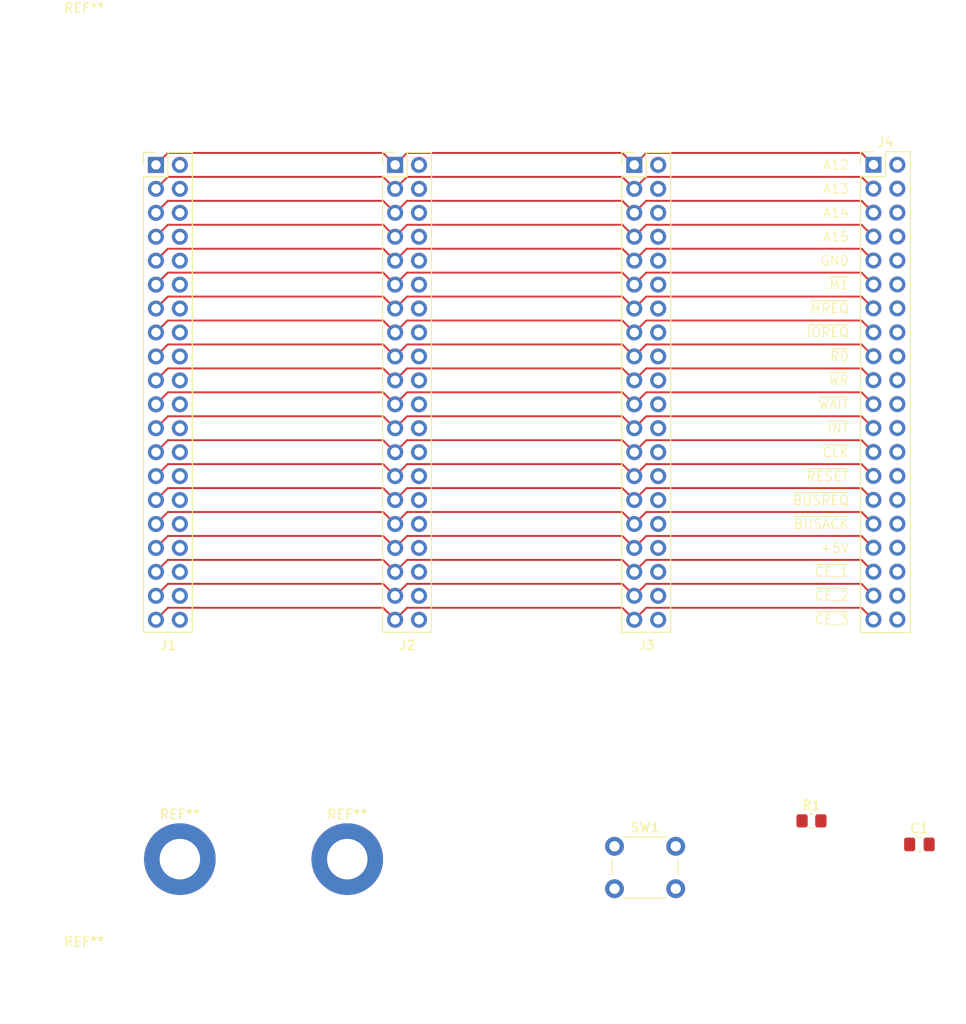
<source format=kicad_pcb>
(kicad_pcb (version 20241229) (generator "pcbnew") (generator_version "9.0")
  (layers (0 "F.Cu" signal) (2 "B.Cu" signal) (13 "F.Paste" user) (15 "B.Paste" user) (5 "F.SilkS" user "F.Silkscreen") (7 "B.SilkS" user "B.Silkscreen") (1 "F.Mask" user) (3 "B.Mask" user) (25 "Edge.Cuts" user))
  (net 0 "")
  (net 12 "/A15")
  (net 13 "/A13")
  (net 15 "/A12")
  (net 17 "/A14")
  (net 18 "/~{CE_1}")
  (net 19 "/~{BUSACK}")
  (net 20 "/~{CLK}")
  (net 23 "/~{WAIT}")
  (net 24 "/~{IOREQ}")
  (net 31 "/~{BUSREQ}")
  (net 33 "/~{CE_3}")
  (net 34 "/~{MREQ}")
  (net 37 "/~{CE_2}")
  (net 40 "/~{RESET}")
  (net 41 "/~{M1}")
  (net 42 "/~{RD}")
  (net 43 "/~{INT}")
  (net 48 "/~{WR}")
  (net 49 "GND")
  (net 52 "+5V")
  (footprint "Capacitor_SMD:C_0805_2012Metric_Pad1.18x1.45mm_HandSolder" (layer "F.Cu") (at 131.8805 148.3)
    (property "Reference" "C1" (at 0 -1.68 0) (layer "F.SilkS"))
    (property "Value" "10u")
    (fp_line (start -0.261252 -0.735) (end 0.261252 -0.735) (stroke (width 0.12)) (layer "F.SilkS"))
    (fp_line (start -0.261252 0.735) (end 0.261252 0.735) (stroke (width 0.12)) (layer "F.SilkS"))
    (pad "1" smd roundrect (at -1.0375 0) (size 1.175 1.45) (layers "F.Cu" "F.Mask" "F.Paste") (roundrect_rratio 0.212766) (net 40 "/~{RESET}"))
    (pad "2" smd roundrect (at 1.0375 0) (size 1.175 1.45) (layers "F.Cu" "F.Mask" "F.Paste") (roundrect_rratio 0.212766) (net 49 "GND"))
  )
  (footprint "MountingHole:MountingHole_4.3mm_M4_ISO7380_Pad_TopBottom" (layer "F.Cu") (at 53.34 149.86)
    (property "Reference" "REF**" (at 0 -4.75 0) (layer "F.SilkS"))
    (property "Value" "MountingHole_4.3mm_M4_ISO7380_Pad_TopBottom")
    (pad "1" thru_hole circle (at 0 0) (size 4.7 4.7) (drill 4.3) (layers "*.Cu" "*.Mask"))
    (pad "1" connect circle (at 0 0) (size 7.6 7.6) (layers "F.Cu" "F.Mask"))
    (pad "1" connect circle (at 0 0) (size 7.6 7.6) (layers "B.Cu" "B.Mask"))
  )
  (footprint "MountingHole:MountingHole_3mm" (layer "F.Cu") (at 43.18 162.56)
    (property "Reference" "REF**" (at 0 -3.95 0) (layer "F.SilkS"))
    (property "Value" "MountingHole_3mm")
    (pad "" np_thru_hole circle (at 0 0) (size 3 3) (drill 3) (layers "*.Cu" "*.Mask"))
  )
  (footprint "Connector_PinHeader_2.54mm:PinHeader_2x20_P2.54mm_Vertical" (layer "F.Cu") (at 127 76.18)
    (property "Reference" "J4" (at 1.27 -2.38 0) (layer "F.SilkS"))
    (property "Value" "Conn_02x20_Odd_Even")
    (fp_line (start -1.38 -1.38) (end 0 -1.38) (stroke (width 0.12)) (layer "F.SilkS"))
    (fp_line (start -1.38 0) (end -1.38 -1.38) (stroke (width 0.12)) (layer "F.SilkS"))
    (fp_line (start -1.38 1.27) (end -1.38 49.64) (stroke (width 0.12)) (layer "F.SilkS"))
    (fp_line (start -1.38 1.27) (end 1.27 1.27) (stroke (width 0.12)) (layer "F.SilkS"))
    (fp_line (start -1.38 49.64) (end 3.92 49.64) (stroke (width 0.12)) (layer "F.SilkS"))
    (fp_line (start 1.27 -1.38) (end 3.92 -1.38) (stroke (width 0.12)) (layer "F.SilkS"))
    (fp_line (start 1.27 1.27) (end 1.27 -1.38) (stroke (width 0.12)) (layer "F.SilkS"))
    (fp_line (start 3.92 -1.38) (end 3.92 49.64) (stroke (width 0.12)) (layer "F.SilkS"))
    (pad "1" thru_hole rect (at 0 0) (size 1.7 1.7) (drill 1) (layers "*.Cu" "*.Mask") (net 15 "/A12"))
    (pad "2" thru_hole circle (at 2.54 0) (size 1.7 1.7) (drill 1) (layers "*.Cu" "*.Mask"))
    (pad "3" thru_hole circle (at 0 2.54) (size 1.7 1.7) (drill 1) (layers "*.Cu" "*.Mask") (net 13 "/A13"))
    (pad "4" thru_hole circle (at 2.54 2.54) (size 1.7 1.7) (drill 1) (layers "*.Cu" "*.Mask"))
    (pad "5" thru_hole circle (at 0 5.08) (size 1.7 1.7) (drill 1) (layers "*.Cu" "*.Mask") (net 17 "/A14"))
    (pad "6" thru_hole circle (at 2.54 5.08) (size 1.7 1.7) (drill 1) (layers "*.Cu" "*.Mask"))
    (pad "7" thru_hole circle (at 0 7.62) (size 1.7 1.7) (drill 1) (layers "*.Cu" "*.Mask") (net 12 "/A15"))
    (pad "8" thru_hole circle (at 2.54 7.62) (size 1.7 1.7) (drill 1) (layers "*.Cu" "*.Mask"))
    (pad "9" thru_hole circle (at 0 10.16) (size 1.7 1.7) (drill 1) (layers "*.Cu" "*.Mask") (net 49 "GND"))
    (pad "10" thru_hole circle (at 2.54 10.16) (size 1.7 1.7) (drill 1) (layers "*.Cu" "*.Mask"))
    (pad "11" thru_hole circle (at 0 12.7) (size 1.7 1.7) (drill 1) (layers "*.Cu" "*.Mask") (net 41 "/~{M1}"))
    (pad "12" thru_hole circle (at 2.54 12.7) (size 1.7 1.7) (drill 1) (layers "*.Cu" "*.Mask"))
    (pad "13" thru_hole circle (at 0 15.24) (size 1.7 1.7) (drill 1) (layers "*.Cu" "*.Mask") (net 34 "/~{MREQ}"))
    (pad "14" thru_hole circle (at 2.54 15.24) (size 1.7 1.7) (drill 1) (layers "*.Cu" "*.Mask"))
    (pad "15" thru_hole circle (at 0 17.78) (size 1.7 1.7) (drill 1) (layers "*.Cu" "*.Mask") (net 24 "/~{IOREQ}"))
    (pad "16" thru_hole circle (at 2.54 17.78) (size 1.7 1.7) (drill 1) (layers "*.Cu" "*.Mask"))
    (pad "17" thru_hole circle (at 0 20.32) (size 1.7 1.7) (drill 1) (layers "*.Cu" "*.Mask") (net 42 "/~{RD}"))
    (pad "18" thru_hole circle (at 2.54 20.32) (size 1.7 1.7) (drill 1) (layers "*.Cu" "*.Mask"))
    (pad "19" thru_hole circle (at 0 22.86) (size 1.7 1.7) (drill 1) (layers "*.Cu" "*.Mask") (net 48 "/~{WR}"))
    (pad "20" thru_hole circle (at 2.54 22.86) (size 1.7 1.7) (drill 1) (layers "*.Cu" "*.Mask"))
    (pad "21" thru_hole circle (at 0 25.4) (size 1.7 1.7) (drill 1) (layers "*.Cu" "*.Mask") (net 23 "/~{WAIT}"))
    (pad "22" thru_hole circle (at 2.54 25.4) (size 1.7 1.7) (drill 1) (layers "*.Cu" "*.Mask"))
    (pad "23" thru_hole circle (at 0 27.94) (size 1.7 1.7) (drill 1) (layers "*.Cu" "*.Mask") (net 43 "/~{INT}"))
    (pad "24" thru_hole circle (at 2.54 27.94) (size 1.7 1.7) (drill 1) (layers "*.Cu" "*.Mask"))
    (pad "25" thru_hole circle (at 0 30.48) (size 1.7 1.7) (drill 1) (layers "*.Cu" "*.Mask") (net 20 "/~{CLK}"))
    (pad "26" thru_hole circle (at 2.54 30.48) (size 1.7 1.7) (drill 1) (layers "*.Cu" "*.Mask"))
    (pad "27" thru_hole circle (at 0 33.02) (size 1.7 1.7) (drill 1) (layers "*.Cu" "*.Mask") (net 40 "/~{RESET}"))
    (pad "28" thru_hole circle (at 2.54 33.02) (size 1.7 1.7) (drill 1) (layers "*.Cu" "*.Mask"))
    (pad "29" thru_hole circle (at 0 35.56) (size 1.7 1.7) (drill 1) (layers "*.Cu" "*.Mask") (net 31 "/~{BUSREQ}"))
    (pad "30" thru_hole circle (at 2.54 35.56) (size 1.7 1.7) (drill 1) (layers "*.Cu" "*.Mask"))
    (pad "31" thru_hole circle (at 0 38.1) (size 1.7 1.7) (drill 1) (layers "*.Cu" "*.Mask") (net 19 "/~{BUSACK}"))
    (pad "32" thru_hole circle (at 2.54 38.1) (size 1.7 1.7) (drill 1) (layers "*.Cu" "*.Mask"))
    (pad "33" thru_hole circle (at 0 40.64) (size 1.7 1.7) (drill 1) (layers "*.Cu" "*.Mask") (net 52 "+5V"))
    (pad "34" thru_hole circle (at 2.54 40.64) (size 1.7 1.7) (drill 1) (layers "*.Cu" "*.Mask"))
    (pad "35" thru_hole circle (at 0 43.18) (size 1.7 1.7) (drill 1) (layers "*.Cu" "*.Mask") (net 18 "/~{CE_1}"))
    (pad "36" thru_hole circle (at 2.54 43.18) (size 1.7 1.7) (drill 1) (layers "*.Cu" "*.Mask"))
    (pad "37" thru_hole circle (at 0 45.72) (size 1.7 1.7) (drill 1) (layers "*.Cu" "*.Mask") (net 37 "/~{CE_2}"))
    (pad "38" thru_hole circle (at 2.54 45.72) (size 1.7 1.7) (drill 1) (layers "*.Cu" "*.Mask"))
    (pad "39" thru_hole circle (at 0 48.26) (size 1.7 1.7) (drill 1) (layers "*.Cu" "*.Mask") (net 33 "/~{CE_3}"))
    (pad "40" thru_hole circle (at 2.54 48.26) (size 1.7 1.7) (drill 1) (layers "*.Cu" "*.Mask"))
  )
  (footprint "Resistor_SMD:R_0805_2012Metric_Pad1.20x1.40mm_HandSolder" (layer "F.Cu") (at 120.418 145.8)
    (property "Reference" "R1" (at 0 -1.65 0) (layer "F.SilkS"))
    (property "Value" "10k")
    (fp_line (start -0.227064 -0.735) (end 0.227064 -0.735) (stroke (width 0.12)) (layer "F.SilkS"))
    (fp_line (start -0.227064 0.735) (end 0.227064 0.735) (stroke (width 0.12)) (layer "F.SilkS"))
    (pad "1" smd roundrect (at -1 0) (size 1.2 1.4) (layers "F.Cu" "F.Mask" "F.Paste") (roundrect_rratio 0.208333) (net 52 "+5V"))
    (pad "2" smd roundrect (at 1 0) (size 1.2 1.4) (layers "F.Cu" "F.Mask" "F.Paste") (roundrect_rratio 0.208333) (net 40 "/~{RESET}"))
  )
  (footprint "Button_Switch_THT:SW_PUSH_6mm_H4.3mm" (layer "F.Cu") (at 99.5 148.5)
    (property "Reference" "SW1" (at 3.25 -2 0) (layer "F.SilkS"))
    (property "Value" "SW_Push")
    (fp_line (start -0.25 1.5) (end -0.25 3) (stroke (width 0.12)) (layer "F.SilkS"))
    (fp_line (start 1 5.5) (end 5.5 5.5) (stroke (width 0.12)) (layer "F.SilkS"))
    (fp_line (start 5.5 -1) (end 1 -1) (stroke (width 0.12)) (layer "F.SilkS"))
    (fp_line (start 6.75 3) (end 6.75 1.5) (stroke (width 0.12)) (layer "F.SilkS"))
    (pad "1" thru_hole circle (at 0 0 90) (size 2 2) (drill 1.1) (layers "*.Cu" "*.Mask") (net 49 "GND"))
    (pad "1" thru_hole circle (at 6.5 0 90) (size 2 2) (drill 1.1) (layers "*.Cu" "*.Mask") (net 49 "GND"))
    (pad "2" thru_hole circle (at 0 4.5 90) (size 2 2) (drill 1.1) (layers "*.Cu" "*.Mask") (net 40 "/~{RESET}"))
    (pad "2" thru_hole circle (at 6.5 4.5 90) (size 2 2) (drill 1.1) (layers "*.Cu" "*.Mask") (net 40 "/~{RESET}"))
  )
  (footprint "Library:PinSocket_2x20_P2.54mm_Vertical_Mirrored" (layer "F.Cu") (at 104.18 76.2)
    (property "Reference" "J3" (at -1.27 50.97 0) (layer "F.SilkS"))
    (property "Value" "Conn_02x20_Odd_Even" (hide yes))
    (fp_line (start -3.91 -1.33) (end -3.91 0) (stroke (width 0.12)) (layer "F.SilkS"))
    (fp_line (start -3.91 1.27) (end -3.91 49.59) (stroke (width 0.12)) (layer "F.SilkS"))
    (fp_line (start -2.58 -1.33) (end -3.91 -1.33) (stroke (width 0.12)) (layer "F.SilkS"))
    (fp_line (start -1.31 -1.33) (end -1.31 1.27) (stroke (width 0.12)) (layer "F.SilkS"))
    (fp_line (start -1.31 1.27) (end -3.91 1.27) (stroke (width 0.12)) (layer "F.SilkS"))
    (fp_line (start 1.29 -1.33) (end -1.31 -1.33) (stroke (width 0.12)) (layer "F.SilkS"))
    (fp_line (start 1.29 -1.33) (end 1.29 49.59) (stroke (width 0.12)) (layer "F.SilkS"))
    (fp_line (start 1.29 49.59) (end -3.91 49.59) (stroke (width 0.12)) (layer "F.SilkS"))
    (pad "1" thru_hole rect (at -2.58 0) (size 1.7 1.7) (drill 1) (layers "*.Cu" "*.Mask") (net 15 "/A12"))
    (pad "2" thru_hole circle (at -0.04 0) (size 1.7 1.7) (drill 1) (layers "*.Cu" "*.Mask"))
    (pad "3" thru_hole circle (at -2.58 2.54) (size 1.7 1.7) (drill 1) (layers "*.Cu" "*.Mask") (net 13 "/A13"))
    (pad "4" thru_hole circle (at -0.04 2.54) (size 1.7 1.7) (drill 1) (layers "*.Cu" "*.Mask"))
    (pad "5" thru_hole circle (at -2.58 5.08) (size 1.7 1.7) (drill 1) (layers "*.Cu" "*.Mask") (net 17 "/A14"))
    (pad "6" thru_hole circle (at -0.04 5.08) (size 1.7 1.7) (drill 1) (layers "*.Cu" "*.Mask"))
    (pad "7" thru_hole circle (at -2.58 7.62) (size 1.7 1.7) (drill 1) (layers "*.Cu" "*.Mask") (net 12 "/A15"))
    (pad "8" thru_hole circle (at -0.04 7.62) (size 1.7 1.7) (drill 1) (layers "*.Cu" "*.Mask"))
    (pad "9" thru_hole circle (at -2.58 10.16) (size 1.7 1.7) (drill 1) (layers "*.Cu" "*.Mask") (net 49 "GND"))
    (pad "10" thru_hole circle (at -0.04 10.16) (size 1.7 1.7) (drill 1) (layers "*.Cu" "*.Mask"))
    (pad "11" thru_hole circle (at -2.58 12.7) (size 1.7 1.7) (drill 1) (layers "*.Cu" "*.Mask") (net 41 "/~{M1}"))
    (pad "12" thru_hole circle (at -0.04 12.7) (size 1.7 1.7) (drill 1) (layers "*.Cu" "*.Mask"))
    (pad "13" thru_hole circle (at -2.58 15.24) (size 1.7 1.7) (drill 1) (layers "*.Cu" "*.Mask") (net 34 "/~{MREQ}"))
    (pad "14" thru_hole circle (at -0.04 15.24) (size 1.7 1.7) (drill 1) (layers "*.Cu" "*.Mask"))
    (pad "15" thru_hole circle (at -2.58 17.78) (size 1.7 1.7) (drill 1) (layers "*.Cu" "*.Mask") (net 24 "/~{IOREQ}"))
    (pad "16" thru_hole circle (at -0.04 17.78) (size 1.7 1.7) (drill 1) (layers "*.Cu" "*.Mask"))
    (pad "17" thru_hole circle (at -2.58 20.32) (size 1.7 1.7) (drill 1) (layers "*.Cu" "*.Mask") (net 42 "/~{RD}"))
    (pad "18" thru_hole circle (at -0.04 20.32) (size 1.7 1.7) (drill 1) (layers "*.Cu" "*.Mask"))
    (pad "19" thru_hole circle (at -2.58 22.86) (size 1.7 1.7) (drill 1) (layers "*.Cu" "*.Mask") (net 48 "/~{WR}"))
    (pad "20" thru_hole circle (at -0.04 22.86) (size 1.7 1.7) (drill 1) (layers "*.Cu" "*.Mask"))
    (pad "21" thru_hole circle (at -2.58 25.4) (size 1.7 1.7) (drill 1) (layers "*.Cu" "*.Mask") (net 23 "/~{WAIT}"))
    (pad "22" thru_hole circle (at -0.04 25.4) (size 1.7 1.7) (drill 1) (layers "*.Cu" "*.Mask"))
    (pad "23" thru_hole circle (at -2.58 27.94) (size 1.7 1.7) (drill 1) (layers "*.Cu" "*.Mask") (net 43 "/~{INT}"))
    (pad "24" thru_hole circle (at -0.04 27.94) (size 1.7 1.7) (drill 1) (layers "*.Cu" "*.Mask"))
    (pad "25" thru_hole circle (at -2.58 30.48) (size 1.7 1.7) (drill 1) (layers "*.Cu" "*.Mask") (net 20 "/~{CLK}"))
    (pad "26" thru_hole circle (at -0.04 30.48) (size 1.7 1.7) (drill 1) (layers "*.Cu" "*.Mask"))
    (pad "27" thru_hole circle (at -2.58 33.02) (size 1.7 1.7) (drill 1) (layers "*.Cu" "*.Mask") (net 40 "/~{RESET}"))
    (pad "28" thru_hole circle (at -0.04 33.02) (size 1.7 1.7) (drill 1) (layers "*.Cu" "*.Mask"))
    (pad "29" thru_hole circle (at -2.58 35.56) (size 1.7 1.7) (drill 1) (layers "*.Cu" "*.Mask") (net 31 "/~{BUSREQ}"))
    (pad "30" thru_hole circle (at -0.04 35.56) (size 1.7 1.7) (drill 1) (layers "*.Cu" "*.Mask"))
    (pad "31" thru_hole circle (at -2.58 38.1) (size 1.7 1.7) (drill 1) (layers "*.Cu" "*.Mask") (net 19 "/~{BUSACK}"))
    (pad "32" thru_hole circle (at -0.04 38.1) (size 1.7 1.7) (drill 1) (layers "*.Cu" "*.Mask"))
    (pad "33" thru_hole circle (at -2.58 40.64) (size 1.7 1.7) (drill 1) (layers "*.Cu" "*.Mask") (net 52 "+5V"))
    (pad "34" thru_hole circle (at -0.04 40.64) (size 1.7 1.7) (drill 1) (layers "*.Cu" "*.Mask"))
    (pad "35" thru_hole circle (at -2.58 43.18) (size 1.7 1.7) (drill 1) (layers "*.Cu" "*.Mask") (net 18 "/~{CE_1}"))
    (pad "36" thru_hole circle (at -0.04 43.18) (size 1.7 1.7) (drill 1) (layers "*.Cu" "*.Mask"))
    (pad "37" thru_hole circle (at -2.58 45.72) (size 1.7 1.7) (drill 1) (layers "*.Cu" "*.Mask") (net 37 "/~{CE_2}"))
    (pad "38" thru_hole circle (at -0.04 45.72) (size 1.7 1.7) (drill 1) (layers "*.Cu" "*.Mask"))
    (pad "39" thru_hole circle (at -2.58 48.26) (size 1.7 1.7) (drill 1) (layers "*.Cu" "*.Mask") (net 33 "/~{CE_3}"))
    (pad "40" thru_hole circle (at -0.04 48.26) (size 1.7 1.7) (drill 1) (layers "*.Cu" "*.Mask"))
  )
  (footprint "Library:PinSocket_2x20_P2.54mm_Vertical_Mirrored" (layer "F.Cu") (at 78.78 76.2)
    (property "Reference" "J2" (at -1.27 50.97 0) (layer "F.SilkS"))
    (property "Value" "Conn_02x20_Odd_Even" (hide yes))
    (fp_line (start -3.91 -1.33) (end -3.91 0) (stroke (width 0.12)) (layer "F.SilkS"))
    (fp_line (start -3.91 1.27) (end -3.91 49.59) (stroke (width 0.12)) (layer "F.SilkS"))
    (fp_line (start -2.58 -1.33) (end -3.91 -1.33) (stroke (width 0.12)) (layer "F.SilkS"))
    (fp_line (start -1.31 -1.33) (end -1.31 1.27) (stroke (width 0.12)) (layer "F.SilkS"))
    (fp_line (start -1.31 1.27) (end -3.91 1.27) (stroke (width 0.12)) (layer "F.SilkS"))
    (fp_line (start 1.29 -1.33) (end -1.31 -1.33) (stroke (width 0.12)) (layer "F.SilkS"))
    (fp_line (start 1.29 -1.33) (end 1.29 49.59) (stroke (width 0.12)) (layer "F.SilkS"))
    (fp_line (start 1.29 49.59) (end -3.91 49.59) (stroke (width 0.12)) (layer "F.SilkS"))
    (pad "1" thru_hole rect (at -2.58 0) (size 1.7 1.7) (drill 1) (layers "*.Cu" "*.Mask") (net 15 "/A12"))
    (pad "2" thru_hole circle (at -0.04 0) (size 1.7 1.7) (drill 1) (layers "*.Cu" "*.Mask"))
    (pad "3" thru_hole circle (at -2.58 2.54) (size 1.7 1.7) (drill 1) (layers "*.Cu" "*.Mask") (net 13 "/A13"))
    (pad "4" thru_hole circle (at -0.04 2.54) (size 1.7 1.7) (drill 1) (layers "*.Cu" "*.Mask"))
    (pad "5" thru_hole circle (at -2.58 5.08) (size 1.7 1.7) (drill 1) (layers "*.Cu" "*.Mask") (net 17 "/A14"))
    (pad "6" thru_hole circle (at -0.04 5.08) (size 1.7 1.7) (drill 1) (layers "*.Cu" "*.Mask"))
    (pad "7" thru_hole circle (at -2.58 7.62) (size 1.7 1.7) (drill 1) (layers "*.Cu" "*.Mask") (net 12 "/A15"))
    (pad "8" thru_hole circle (at -0.04 7.62) (size 1.7 1.7) (drill 1) (layers "*.Cu" "*.Mask"))
    (pad "9" thru_hole circle (at -2.58 10.16) (size 1.7 1.7) (drill 1) (layers "*.Cu" "*.Mask") (net 49 "GND"))
    (pad "10" thru_hole circle (at -0.04 10.16) (size 1.7 1.7) (drill 1) (layers "*.Cu" "*.Mask"))
    (pad "11" thru_hole circle (at -2.58 12.7) (size 1.7 1.7) (drill 1) (layers "*.Cu" "*.Mask") (net 41 "/~{M1}"))
    (pad "12" thru_hole circle (at -0.04 12.7) (size 1.7 1.7) (drill 1) (layers "*.Cu" "*.Mask"))
    (pad "13" thru_hole circle (at -2.58 15.24) (size 1.7 1.7) (drill 1) (layers "*.Cu" "*.Mask") (net 34 "/~{MREQ}"))
    (pad "14" thru_hole circle (at -0.04 15.24) (size 1.7 1.7) (drill 1) (layers "*.Cu" "*.Mask"))
    (pad "15" thru_hole circle (at -2.58 17.78) (size 1.7 1.7) (drill 1) (layers "*.Cu" "*.Mask") (net 24 "/~{IOREQ}"))
    (pad "16" thru_hole circle (at -0.04 17.78) (size 1.7 1.7) (drill 1) (layers "*.Cu" "*.Mask"))
    (pad "17" thru_hole circle (at -2.58 20.32) (size 1.7 1.7) (drill 1) (layers "*.Cu" "*.Mask") (net 42 "/~{RD}"))
    (pad "18" thru_hole circle (at -0.04 20.32) (size 1.7 1.7) (drill 1) (layers "*.Cu" "*.Mask"))
    (pad "19" thru_hole circle (at -2.58 22.86) (size 1.7 1.7) (drill 1) (layers "*.Cu" "*.Mask") (net 48 "/~{WR}"))
    (pad "20" thru_hole circle (at -0.04 22.86) (size 1.7 1.7) (drill 1) (layers "*.Cu" "*.Mask"))
    (pad "21" thru_hole circle (at -2.58 25.4) (size 1.7 1.7) (drill 1) (layers "*.Cu" "*.Mask") (net 23 "/~{WAIT}"))
    (pad "22" thru_hole circle (at -0.04 25.4) (size 1.7 1.7) (drill 1) (layers "*.Cu" "*.Mask"))
    (pad "23" thru_hole circle (at -2.58 27.94) (size 1.7 1.7) (drill 1) (layers "*.Cu" "*.Mask") (net 43 "/~{INT}"))
    (pad "24" thru_hole circle (at -0.04 27.94) (size 1.7 1.7) (drill 1) (layers "*.Cu" "*.Mask"))
    (pad "25" thru_hole circle (at -2.58 30.48) (size 1.7 1.7) (drill 1) (layers "*.Cu" "*.Mask") (net 20 "/~{CLK}"))
    (pad "26" thru_hole circle (at -0.04 30.48) (size 1.7 1.7) (drill 1) (layers "*.Cu" "*.Mask"))
    (pad "27" thru_hole circle (at -2.58 33.02) (size 1.7 1.7) (drill 1) (layers "*.Cu" "*.Mask") (net 40 "/~{RESET}"))
    (pad "28" thru_hole circle (at -0.04 33.02) (size 1.7 1.7) (drill 1) (layers "*.Cu" "*.Mask"))
    (pad "29" thru_hole circle (at -2.58 35.56) (size 1.7 1.7) (drill 1) (layers "*.Cu" "*.Mask") (net 31 "/~{BUSREQ}"))
    (pad "30" thru_hole circle (at -0.04 35.56) (size 1.7 1.7) (drill 1) (layers "*.Cu" "*.Mask"))
    (pad "31" thru_hole circle (at -2.58 38.1) (size 1.7 1.7) (drill 1) (layers "*.Cu" "*.Mask") (net 19 "/~{BUSACK}"))
    (pad "32" thru_hole circle (at -0.04 38.1) (size 1.7 1.7) (drill 1) (layers "*.Cu" "*.Mask"))
    (pad "33" thru_hole circle (at -2.58 40.64) (size 1.7 1.7) (drill 1) (layers "*.Cu" "*.Mask") (net 52 "+5V"))
    (pad "34" thru_hole circle (at -0.04 40.64) (size 1.7 1.7) (drill 1) (layers "*.Cu" "*.Mask"))
    (pad "35" thru_hole circle (at -2.58 43.18) (size 1.7 1.7) (drill 1) (layers "*.Cu" "*.Mask") (net 18 "/~{CE_1}"))
    (pad "36" thru_hole circle (at -0.04 43.18) (size 1.7 1.7) (drill 1) (layers "*.Cu" "*.Mask"))
    (pad "37" thru_hole circle (at -2.58 45.72) (size 1.7 1.7) (drill 1) (layers "*.Cu" "*.Mask") (net 37 "/~{CE_2}"))
    (pad "38" thru_hole circle (at -0.04 45.72) (size 1.7 1.7) (drill 1) (layers "*.Cu" "*.Mask"))
    (pad "39" thru_hole circle (at -2.58 48.26) (size 1.7 1.7) (drill 1) (layers "*.Cu" "*.Mask") (net 33 "/~{CE_3}"))
    (pad "40" thru_hole circle (at -0.04 48.26) (size 1.7 1.7) (drill 1) (layers "*.Cu" "*.Mask"))
  )
  (footprint "MountingHole:MountingHole_4.3mm_M4_ISO7380_Pad_TopBottom" (layer "F.Cu") (at 71.12 149.86)
    (property "Reference" "REF**" (at 0 -4.75 0) (layer "F.SilkS"))
    (property "Value" "MountingHole_4.3mm_M4_ISO7380_Pad_TopBottom")
    (pad "1" thru_hole circle (at 0 0) (size 4.7 4.7) (drill 4.3) (layers "*.Cu" "*.Mask"))
    (pad "1" connect circle (at 0 0) (size 7.6 7.6) (layers "F.Cu" "F.Mask"))
    (pad "1" connect circle (at 0 0) (size 7.6 7.6) (layers "B.Cu" "B.Mask"))
  )
  (footprint "MountingHole:MountingHole_3mm" (layer "F.Cu") (at 43.18 63.5)
    (property "Reference" "REF**" (at 0 -3.95 0) (layer "F.SilkS"))
    (property "Value" "MountingHole_3mm")
    (pad "" np_thru_hole circle (at 0 0) (size 3 3) (drill 3) (layers "*.Cu" "*.Mask"))
  )
  (footprint "Library:PinSocket_2x20_P2.54mm_Vertical_Mirrored" (layer "F.Cu") (at 53.38 76.2)
    (property "Reference" "J1" (at -1.27 50.97 0) (layer "F.SilkS"))
    (property "Value" "Conn_02x20_Odd_Even" (hide yes))
    (fp_line (start -3.91 -1.33) (end -3.91 0) (stroke (width 0.12)) (layer "F.SilkS"))
    (fp_line (start -3.91 1.27) (end -3.91 49.59) (stroke (width 0.12)) (layer "F.SilkS"))
    (fp_line (start -2.58 -1.33) (end -3.91 -1.33) (stroke (width 0.12)) (layer "F.SilkS"))
    (fp_line (start -1.31 -1.33) (end -1.31 1.27) (stroke (width 0.12)) (layer "F.SilkS"))
    (fp_line (start -1.31 1.27) (end -3.91 1.27) (stroke (width 0.12)) (layer "F.SilkS"))
    (fp_line (start 1.29 -1.33) (end -1.31 -1.33) (stroke (width 0.12)) (layer "F.SilkS"))
    (fp_line (start 1.29 -1.33) (end 1.29 49.59) (stroke (width 0.12)) (layer "F.SilkS"))
    (fp_line (start 1.29 49.59) (end -3.91 49.59) (stroke (width 0.12)) (layer "F.SilkS"))
    (pad "1" thru_hole rect (at -2.58 0) (size 1.7 1.7) (drill 1) (layers "*.Cu" "*.Mask") (net 15 "/A12"))
    (pad "2" thru_hole circle (at -0.04 0) (size 1.7 1.7) (drill 1) (layers "*.Cu" "*.Mask"))
    (pad "3" thru_hole circle (at -2.58 2.54) (size 1.7 1.7) (drill 1) (layers "*.Cu" "*.Mask") (net 13 "/A13"))
    (pad "4" thru_hole circle (at -0.04 2.54) (size 1.7 1.7) (drill 1) (layers "*.Cu" "*.Mask"))
    (pad "5" thru_hole circle (at -2.58 5.08) (size 1.7 1.7) (drill 1) (layers "*.Cu" "*.Mask") (net 17 "/A14"))
    (pad "6" thru_hole circle (at -0.04 5.08) (size 1.7 1.7) (drill 1) (layers "*.Cu" "*.Mask"))
    (pad "7" thru_hole circle (at -2.58 7.62) (size 1.7 1.7) (drill 1) (layers "*.Cu" "*.Mask") (net 12 "/A15"))
    (pad "8" thru_hole circle (at -0.04 7.62) (size 1.7 1.7) (drill 1) (layers "*.Cu" "*.Mask"))
    (pad "9" thru_hole circle (at -2.58 10.16) (size 1.7 1.7) (drill 1) (layers "*.Cu" "*.Mask") (net 49 "GND"))
    (pad "10" thru_hole circle (at -0.04 10.16) (size 1.7 1.7) (drill 1) (layers "*.Cu" "*.Mask"))
    (pad "11" thru_hole circle (at -2.58 12.7) (size 1.7 1.7) (drill 1) (layers "*.Cu" "*.Mask") (net 41 "/~{M1}"))
    (pad "12" thru_hole circle (at -0.04 12.7) (size 1.7 1.7) (drill 1) (layers "*.Cu" "*.Mask"))
    (pad "13" thru_hole circle (at -2.58 15.24) (size 1.7 1.7) (drill 1) (layers "*.Cu" "*.Mask") (net 34 "/~{MREQ}"))
    (pad "14" thru_hole circle (at -0.04 15.24) (size 1.7 1.7) (drill 1) (layers "*.Cu" "*.Mask"))
    (pad "15" thru_hole circle (at -2.58 17.78) (size 1.7 1.7) (drill 1) (layers "*.Cu" "*.Mask") (net 24 "/~{IOREQ}"))
    (pad "16" thru_hole circle (at -0.04 17.78) (size 1.7 1.7) (drill 1) (layers "*.Cu" "*.Mask"))
    (pad "17" thru_hole circle (at -2.58 20.32) (size 1.7 1.7) (drill 1) (layers "*.Cu" "*.Mask") (net 42 "/~{RD}"))
    (pad "18" thru_hole circle (at -0.04 20.32) (size 1.7 1.7) (drill 1) (layers "*.Cu" "*.Mask"))
    (pad "19" thru_hole circle (at -2.58 22.86) (size 1.7 1.7) (drill 1) (layers "*.Cu" "*.Mask") (net 48 "/~{WR}"))
    (pad "20" thru_hole circle (at -0.04 22.86) (size 1.7 1.7) (drill 1) (layers "*.Cu" "*.Mask"))
    (pad "21" thru_hole circle (at -2.58 25.4) (size 1.7 1.7) (drill 1) (layers "*.Cu" "*.Mask") (net 23 "/~{WAIT}"))
    (pad "22" thru_hole circle (at -0.04 25.4) (size 1.7 1.7) (drill 1) (layers "*.Cu" "*.Mask"))
    (pad "23" thru_hole circle (at -2.58 27.94) (size 1.7 1.7) (drill 1) (layers "*.Cu" "*.Mask") (net 43 "/~{INT}"))
    (pad "24" thru_hole circle (at -0.04 27.94) (size 1.7 1.7) (drill 1) (layers "*.Cu" "*.Mask"))
    (pad "25" thru_hole circle (at -2.58 30.48) (size 1.7 1.7) (drill 1) (layers "*.Cu" "*.Mask") (net 20 "/~{CLK}"))
    (pad "26" thru_hole circle (at -0.04 30.48) (size 1.7 1.7) (drill 1) (layers "*.Cu" "*.Mask"))
    (pad "27" thru_hole circle (at -2.58 33.02) (size 1.7 1.7) (drill 1) (layers "*.Cu" "*.Mask") (net 40 "/~{RESET}"))
    (pad "28" thru_hole circle (at -0.04 33.02) (size 1.7 1.7) (drill 1) (layers "*.Cu" "*.Mask"))
    (pad "29" thru_hole circle (at -2.58 35.56) (size 1.7 1.7) (drill 1) (layers "*.Cu" "*.Mask") (net 31 "/~{BUSREQ}"))
    (pad "30" thru_hole circle (at -0.04 35.56) (size 1.7 1.7) (drill 1) (layers "*.Cu" "*.Mask"))
    (pad "31" thru_hole circle (at -2.58 38.1) (size 1.7 1.7) (drill 1) (layers "*.Cu" "*.Mask") (net 19 "/~{BUSACK}"))
    (pad "32" thru_hole circle (at -0.04 38.1) (size 1.7 1.7) (drill 1) (layers "*.Cu" "*.Mask"))
    (pad "33" thru_hole circle (at -2.58 40.64) (size 1.7 1.7) (drill 1) (layers "*.Cu" "*.Mask") (net 52 "+5V"))
    (pad "34" thru_hole circle (at -0.04 40.64) (size 1.7 1.7) (drill 1) (layers "*.Cu" "*.Mask"))
    (pad "35" thru_hole circle (at -2.58 43.18) (size 1.7 1.7) (drill 1) (layers "*.Cu" "*.Mask") (net 18 "/~{CE_1}"))
    (pad "36" thru_hole circle (at -0.04 43.18) (size 1.7 1.7) (drill 1) (layers "*.Cu" "*.Mask"))
    (pad "37" thru_hole circle (at -2.58 45.72) (size 1.7 1.7) (drill 1) (layers "*.Cu" "*.Mask") (net 37 "/~{CE_2}"))
    (pad "38" thru_hole circle (at -0.04 45.72) (size 1.7 1.7) (drill 1) (layers "*.Cu" "*.Mask"))
    (pad "39" thru_hole circle (at -2.58 48.26) (size 1.7 1.7) (drill 1) (layers "*.Cu" "*.Mask") (net 33 "/~{CE_3}"))
    (pad "40" thru_hole circle (at -0.04 48.26) (size 1.7 1.7) (drill 1) (layers "*.Cu" "*.Mask"))
  )
  (gr_text "~{MREQ}" (at 124.46 91.44 0) (layer "F.SilkS") (effects (font (size 1 1) (thickness 0.1)) (justify right)))
  (gr_text "~{CLK}" (at 124.46 106.715 0) (layer "F.SilkS") (effects (font (size 1 1) (thickness 0.1)) (justify right)))
  (gr_text "~{M1}" (at 124.46 88.9 0) (layer "F.SilkS") (effects (font (size 1 1) (thickness 0.1)) (justify right)))
  (gr_text "~{RD}" (at 124.46 96.52 0) (layer "F.SilkS") (effects (font (size 1 1) (thickness 0.1)) (justify right)))
  (gr_text "~{RESET}" (at 124.46 109.255 0) (layer "F.SilkS") (effects (font (size 1 1) (thickness 0.1)) (justify right)))
  (gr_text "A14" (at 124.46 81.28 0) (layer "F.SilkS") (effects (font (size 1 1) (thickness 0.1)) (justify right)))
  (gr_text "+5V" (at 124.46 116.84 0) (layer "F.SilkS") (effects (font (size 1 1) (thickness 0.1)) (justify right)))
  (gr_text "~{CE_3}" (at 124.46 124.46 0) (layer "F.SilkS") (effects (font (size 1 1) (thickness 0.1)) (justify right)))
  (gr_text "~{CE_1}" (at 124.46 119.38 0) (layer "F.SilkS") (effects (font (size 1 1) (thickness 0.1)) (justify right)))
  (gr_text "GND" (at 124.46 86.36 0) (layer "F.SilkS") (effects (font (size 1 1) (thickness 0.1)) (justify right)))
  (gr_text "~{WAIT}" (at 124.46 101.635 0) (layer "F.SilkS") (effects (font (size 1 1) (thickness 0.1)) (justify right)))
  (gr_text "A15" (at 124.46 83.82 0) (layer "F.SilkS") (effects (font (size 1 1) (thickness 0.1)) (justify right)))
  (gr_text "~{IOREQ}" (at 124.46 93.98 0) (layer "F.SilkS") (effects (font (size 1 1) (thickness 0.1)) (justify right)))
  (gr_text "~{WR}" (at 124.46 99.06 0) (layer "F.SilkS") (effects (font (size 1 1) (thickness 0.1)) (justify right)))
  (gr_text "~{INT}" (at 124.46 104.175 0) (layer "F.SilkS") (effects (font (size 1 1) (thickness 0.1)) (justify right)))
  (gr_text "~{BUSACK}" (at 124.46 114.3 0) (layer "F.SilkS") (effects (font (size 1 1) (thickness 0.1)) (justify right)))
  (gr_text "~{BUSREQ}" (at 124.46 111.795 0) (layer "F.SilkS") (effects (font (size 1 1) (thickness 0.1)) (justify right)))
  (gr_text "A13" (at 124.46 78.74 0) (layer "F.SilkS") (effects (font (size 1 1) (thickness 0.1)) (justify right)))
  (gr_text "A12" (at 124.46 76.2 0) (layer "F.SilkS") (effects (font (size 1 1) (thickness 0.1)) (justify right)))
  (gr_text "~{CE_2}" (at 124.46 121.92 0) (layer "F.SilkS") (effects (font (size 1 1) (thickness 0.1)) (justify right)))
  (segment (start 52.07 82.55) (end 74.93 82.55) (width 0.2) (layer "F.Cu") (net 12))
  (segment (start 74.93 82.55) (end 76.2 83.82) (width 0.2) (layer "F.Cu") (net 12))
  (segment (start 100.33 82.55) (end 101.6 83.82) (width 0.2) (layer "F.Cu") (net 12))
  (segment (start 125.73 82.55) (end 127 83.82) (width 0.2) (layer "F.Cu") (net 12))
  (segment (start 101.6 83.82) (end 102.87 82.55) (width 0.2) (layer "F.Cu") (net 12))
  (segment (start 77.47 82.55) (end 100.33 82.55) (width 0.2) (layer "F.Cu") (net 12))
  (segment (start 102.87 82.55) (end 125.73 82.55) (width 0.2) (layer "F.Cu") (net 12))
  (segment (start 50.8 83.82) (end 52.07 82.55) (width 0.2) (layer "F.Cu") (net 12))
  (segment (start 76.2 83.82) (end 77.47 82.55) (width 0.2) (layer "F.Cu") (net 12))
  (segment (start 50.8 78.74) (end 52.07 77.47) (width 0.2) (layer "F.Cu") (net 13))
  (segment (start 101.6 78.74) (end 102.87 77.47) (width 0.2) (layer "F.Cu") (net 13))
  (segment (start 52.07 77.47) (end 74.93 77.47) (width 0.2) (layer "F.Cu") (net 13))
  (segment (start 125.73 77.47) (end 127 78.74) (width 0.2) (layer "F.Cu") (net 13))
  (segment (start 102.87 77.47) (end 125.73 77.47) (width 0.2) (layer "F.Cu") (net 13))
  (segment (start 74.93 77.47) (end 76.2 78.74) (width 0.2) (layer "F.Cu") (net 13))
  (segment (start 100.33 77.47) (end 101.6 78.74) (width 0.2) (layer "F.Cu") (net 13))
  (segment (start 77.47 77.47) (end 100.33 77.47) (width 0.2) (layer "F.Cu") (net 13))
  (segment (start 76.2 78.74) (end 77.47 77.47) (width 0.2) (layer "F.Cu") (net 13))
  (segment (start 101.6 76.2) (end 102.87 74.93) (width 0.2) (layer "F.Cu") (net 15))
  (segment (start 125.73 74.93) (end 127 76.2) (width 0.2) (layer "F.Cu") (net 15))
  (segment (start 102.87 74.93) (end 125.73 74.93) (width 0.2) (layer "F.Cu") (net 15))
  (segment (start 50.8 76.2) (end 52.07 74.93) (width 0.2) (layer "F.Cu") (net 15))
  (segment (start 74.93 74.93) (end 76.2 76.2) (width 0.2) (layer "F.Cu") (net 15))
  (segment (start 77.47 74.93) (end 100.33 74.93) (width 0.2) (layer "F.Cu") (net 15))
  (segment (start 76.2 76.2) (end 77.47 74.93) (width 0.2) (layer "F.Cu") (net 15))
  (segment (start 100.33 74.93) (end 101.6 76.2) (width 0.2) (layer "F.Cu") (net 15))
  (segment (start 52.07 74.93) (end 74.93 74.93) (width 0.2) (layer "F.Cu") (net 15))
  (segment (start 77.47 80.01) (end 100.33 80.01) (width 0.2) (layer "F.Cu") (net 17))
  (segment (start 52.07 80.01) (end 74.93 80.01) (width 0.2) (layer "F.Cu") (net 17))
  (segment (start 74.93 80.01) (end 76.2 81.28) (width 0.2) (layer "F.Cu") (net 17))
  (segment (start 76.2 81.28) (end 77.47 80.01) (width 0.2) (layer "F.Cu") (net 17))
  (segment (start 102.87 80.01) (end 125.73 80.01) (width 0.2) (layer "F.Cu") (net 17))
  (segment (start 100.33 80.01) (end 101.6 81.28) (width 0.2) (layer "F.Cu") (net 17))
  (segment (start 50.8 81.28) (end 52.07 80.01) (width 0.2) (layer "F.Cu") (net 17))
  (segment (start 101.6 81.28) (end 102.87 80.01) (width 0.2) (layer "F.Cu") (net 17))
  (segment (start 125.73 80.01) (end 127 81.28) (width 0.2) (layer "F.Cu") (net 17))
  (segment (start 125.73 118.11) (end 127 119.38) (width 0.2) (layer "F.Cu") (net 18))
  (segment (start 101.6 119.38) (end 102.87 118.11) (width 0.2) (layer "F.Cu") (net 18))
  (segment (start 102.87 118.11) (end 125.73 118.11) (width 0.2) (layer "F.Cu") (net 18))
  (segment (start 100.33 118.11) (end 101.6 119.38) (width 0.2) (layer "F.Cu") (net 18))
  (segment (start 76.2 119.38) (end 77.47 118.11) (width 0.2) (layer "F.Cu") (net 18))
  (segment (start 50.8 119.38) (end 52.07 118.11) (width 0.2) (layer "F.Cu") (net 18))
  (segment (start 74.93 118.11) (end 76.2 119.38) (width 0.2) (layer "F.Cu") (net 18))
  (segment (start 77.47 118.11) (end 100.33 118.11) (width 0.2) (layer "F.Cu") (net 18))
  (segment (start 52.07 118.11) (end 74.93 118.11) (width 0.2) (layer "F.Cu") (net 18))
  (segment (start 125.73 113.03) (end 127 114.3) (width 0.2) (layer "F.Cu") (net 19))
  (segment (start 100.33 113.03) (end 101.6 114.3) (width 0.2) (layer "F.Cu") (net 19))
  (segment (start 52.07 113.03) (end 74.93 113.03) (width 0.2) (layer "F.Cu") (net 19))
  (segment (start 74.93 113.03) (end 76.2 114.3) (width 0.2) (layer "F.Cu") (net 19))
  (segment (start 77.47 113.03) (end 100.33 113.03) (width 0.2) (layer "F.Cu") (net 19))
  (segment (start 102.87 113.03) (end 125.73 113.03) (width 0.2) (layer "F.Cu") (net 19))
  (segment (start 101.6 114.3) (end 102.87 113.03) (width 0.2) (layer "F.Cu") (net 19))
  (segment (start 50.8 114.3) (end 52.07 113.03) (width 0.2) (layer "F.Cu") (net 19))
  (segment (start 76.2 114.3) (end 77.47 113.03) (width 0.2) (layer "F.Cu") (net 19))
  (segment (start 100.33 105.41) (end 101.6 106.68) (width 0.2) (layer "F.Cu") (net 20))
  (segment (start 50.8 106.68) (end 52.07 105.41) (width 0.2) (layer "F.Cu") (net 20))
  (segment (start 101.6 106.68) (end 102.87 105.41) (width 0.2) (layer "F.Cu") (net 20))
  (segment (start 102.87 105.41) (end 125.73 105.41) (width 0.2) (layer "F.Cu") (net 20))
  (segment (start 74.93 105.41) (end 76.2 106.68) (width 0.2) (layer "F.Cu") (net 20))
  (segment (start 77.47 105.41) (end 100.33 105.41) (width 0.2) (layer "F.Cu") (net 20))
  (segment (start 52.07 105.41) (end 74.93 105.41) (width 0.2) (layer "F.Cu") (net 20))
  (segment (start 76.2 106.68) (end 77.47 105.41) (width 0.2) (layer "F.Cu") (net 20))
  (segment (start 125.73 105.41) (end 127 106.68) (width 0.2) (layer "F.Cu") (net 20))
  (segment (start 74.93 100.33) (end 76.2 101.6) (width 0.2) (layer "F.Cu") (net 23))
  (segment (start 52.07 100.33) (end 74.93 100.33) (width 0.2) (layer "F.Cu") (net 23))
  (segment (start 77.47 100.33) (end 100.33 100.33) (width 0.2) (layer "F.Cu") (net 23))
  (segment (start 125.73 100.33) (end 127 101.6) (width 0.2) (layer "F.Cu") (net 23))
  (segment (start 76.2 101.6) (end 77.47 100.33) (width 0.2) (layer "F.Cu") (net 23))
  (segment (start 101.6 101.6) (end 102.87 100.33) (width 0.2) (layer "F.Cu") (net 23))
  (segment (start 102.87 100.33) (end 125.73 100.33) (width 0.2) (layer "F.Cu") (net 23))
  (segment (start 100.33 100.33) (end 101.6 101.6) (width 0.2) (layer "F.Cu") (net 23))
  (segment (start 50.8 101.6) (end 52.07 100.33) (width 0.2) (layer "F.Cu") (net 23))
  (segment (start 101.6 93.98) (end 102.87 92.71) (width 0.2) (layer "F.Cu") (net 24))
  (segment (start 100.33 92.71) (end 101.6 93.98) (width 0.2) (layer "F.Cu") (net 24))
  (segment (start 77.47 92.71) (end 100.33 92.71) (width 0.2) (layer "F.Cu") (net 24))
  (segment (start 125.73 92.71) (end 127 93.98) (width 0.2) (layer "F.Cu") (net 24))
  (segment (start 52.07 92.71) (end 74.93 92.71) (width 0.2) (layer "F.Cu") (net 24))
  (segment (start 102.87 92.71) (end 125.73 92.71) (width 0.2) (layer "F.Cu") (net 24))
  (segment (start 50.8 93.98) (end 52.07 92.71) (width 0.2) (layer "F.Cu") (net 24))
  (segment (start 74.93 92.71) (end 76.2 93.98) (width 0.2) (layer "F.Cu") (net 24))
  (segment (start 76.2 93.98) (end 77.47 92.71) (width 0.2) (layer "F.Cu") (net 24))
  (segment (start 100.33 110.49) (end 101.6 111.76) (width 0.2) (layer "F.Cu") (net 31))
  (segment (start 74.93 110.49) (end 76.2 111.76) (width 0.2) (layer "F.Cu") (net 31))
  (segment (start 77.47 110.49) (end 100.33 110.49) (width 0.2) (layer "F.Cu") (net 31))
  (segment (start 76.2 111.76) (end 77.47 110.49) (width 0.2) (layer "F.Cu") (net 31))
  (segment (start 102.87 110.49) (end 125.73 110.49) (width 0.2) (layer "F.Cu") (net 31))
  (segment (start 52.07 110.49) (end 74.93 110.49) (width 0.2) (layer "F.Cu") (net 31))
  (segment (start 125.73 110.49) (end 127 111.76) (width 0.2) (layer "F.Cu") (net 31))
  (segment (start 101.6 111.76) (end 102.87 110.49) (width 0.2) (layer "F.Cu") (net 31))
  (segment (start 50.8 111.76) (end 52.07 110.49) (width 0.2) (layer "F.Cu") (net 31))
  (segment (start 52.07 123.19) (end 74.93 123.19) (width 0.2) (layer "F.Cu") (net 33))
  (segment (start 125.73 123.19) (end 127 124.46) (width 0.2) (layer "F.Cu") (net 33))
  (segment (start 77.47 123.19) (end 100.33 123.19) (width 0.2) (layer "F.Cu") (net 33))
  (segment (start 100.33 123.19) (end 101.6 124.46) (width 0.2) (layer "F.Cu") (net 33))
  (segment (start 101.6 124.46) (end 102.87 123.19) (width 0.2) (layer "F.Cu") (net 33))
  (segment (start 50.8 124.46) (end 52.07 123.19) (width 0.2) (layer "F.Cu") (net 33))
  (segment (start 102.87 123.19) (end 125.73 123.19) (width 0.2) (layer "F.Cu") (net 33))
  (segment (start 74.93 123.19) (end 76.2 124.46) (width 0.2) (layer "F.Cu") (net 33))
  (segment (start 76.2 124.46) (end 77.47 123.19) (width 0.2) (layer "F.Cu") (net 33))
  (segment (start 100.33 90.17) (end 101.6 91.44) (width 0.2) (layer "F.Cu") (net 34))
  (segment (start 52.07 90.17) (end 74.93 90.17) (width 0.2) (layer "F.Cu") (net 34))
  (segment (start 74.93 90.17) (end 76.2 91.44) (width 0.2) (layer "F.Cu") (net 34))
  (segment (start 101.6 91.44) (end 102.87 90.17) (width 0.2) (layer "F.Cu") (net 34))
  (segment (start 77.47 90.17) (end 100.33 90.17) (width 0.2) (layer "F.Cu") (net 34))
  (segment (start 50.8 91.44) (end 52.07 90.17) (width 0.2) (layer "F.Cu") (net 34))
  (segment (start 76.2 91.44) (end 77.47 90.17) (width 0.2) (layer "F.Cu") (net 34))
  (segment (start 125.73 90.17) (end 127 91.44) (width 0.2) (layer "F.Cu") (net 34))
  (segment (start 102.87 90.17) (end 125.73 90.17) (width 0.2) (layer "F.Cu") (net 34))
  (segment (start 76.2 121.92) (end 77.47 120.65) (width 0.2) (layer "F.Cu") (net 37))
  (segment (start 74.93 120.65) (end 76.2 121.92) (width 0.2) (layer "F.Cu") (net 37))
  (segment (start 77.47 120.65) (end 100.33 120.65) (width 0.2) (layer "F.Cu") (net 37))
  (segment (start 125.73 120.65) (end 127 121.92) (width 0.2) (layer "F.Cu") (net 37))
  (segment (start 50.8 121.92) (end 52.07 120.65) (width 0.2) (layer "F.Cu") (net 37))
  (segment (start 101.6 121.92) (end 102.87 120.65) (width 0.2) (layer "F.Cu") (net 37))
  (segment (start 102.87 120.65) (end 125.73 120.65) (width 0.2) (layer "F.Cu") (net 37))
  (segment (start 52.07 120.65) (end 74.93 120.65) (width 0.2) (layer "F.Cu") (net 37))
  (segment (start 100.33 120.65) (end 101.6 121.92) (width 0.2) (layer "F.Cu") (net 37))
  (segment (start 100.33 107.95) (end 101.6 109.22) (width 0.2) (layer "F.Cu") (net 40))
  (segment (start 50.8 109.22) (end 52.07 107.95) (width 0.2) (layer "F.Cu") (net 40))
  (segment (start 74.93 107.95) (end 76.2 109.22) (width 0.2) (layer "F.Cu") (net 40))
  (segment (start 102.87 107.95) (end 125.73 107.95) (width 0.2) (layer "F.Cu") (net 40))
  (segment (start 77.47 107.95) (end 100.33 107.95) (width 0.2) (layer "F.Cu") (net 40))
  (segment (start 52.07 107.95) (end 74.93 107.95) (width 0.2) (layer "F.Cu") (net 40))
  (segment (start 125.73 107.95) (end 127 109.22) (width 0.2) (layer "F.Cu") (net 40))
  (segment (start 101.6 109.22) (end 102.87 107.95) (width 0.2) (layer "F.Cu") (net 40))
  (segment (start 76.2 109.22) (end 77.47 107.95) (width 0.2) (layer "F.Cu") (net 40))
  (segment (start 102.87 87.63) (end 125.73 87.63) (width 0.2) (layer "F.Cu") (net 41))
  (segment (start 50.8 88.9) (end 52.07 87.63) (width 0.2) (layer "F.Cu") (net 41))
  (segment (start 101.6 88.9) (end 102.87 87.63) (width 0.2) (layer "F.Cu") (net 41))
  (segment (start 52.07 87.63) (end 74.93 87.63) (width 0.2) (layer "F.Cu") (net 41))
  (segment (start 125.73 87.63) (end 127 88.9) (width 0.2) (layer "F.Cu") (net 41))
  (segment (start 74.93 87.63) (end 76.2 88.9) (width 0.2) (layer "F.Cu") (net 41))
  (segment (start 100.33 87.63) (end 101.6 88.9) (width 0.2) (layer "F.Cu") (net 41))
  (segment (start 76.2 88.9) (end 77.47 87.63) (width 0.2) (layer "F.Cu") (net 41))
  (segment (start 77.47 87.63) (end 100.33 87.63) (width 0.2) (layer "F.Cu") (net 41))
  (segment (start 52.07 95.25) (end 74.93 95.25) (width 0.2) (layer "F.Cu") (net 42))
  (segment (start 76.2 96.52) (end 77.47 95.25) (width 0.2) (layer "F.Cu") (net 42))
  (segment (start 101.6 96.52) (end 102.87 95.25) (width 0.2) (layer "F.Cu") (net 42))
  (segment (start 125.73 95.25) (end 127 96.52) (width 0.2) (layer "F.Cu") (net 42))
  (segment (start 102.87 95.25) (end 125.73 95.25) (width 0.2) (layer "F.Cu") (net 42))
  (segment (start 50.8 96.52) (end 52.07 95.25) (width 0.2) (layer "F.Cu") (net 42))
  (segment (start 74.93 95.25) (end 76.2 96.52) (width 0.2) (layer "F.Cu") (net 42))
  (segment (start 100.33 95.25) (end 101.6 96.52) (width 0.2) (layer "F.Cu") (net 42))
  (segment (start 77.47 95.25) (end 100.33 95.25) (width 0.2) (layer "F.Cu") (net 42))
  (segment (start 77.47 102.87) (end 100.33 102.87) (width 0.2) (layer "F.Cu") (net 43))
  (segment (start 76.2 104.14) (end 77.47 102.87) (width 0.2) (layer "F.Cu") (net 43))
  (segment (start 100.33 102.87) (end 101.6 104.14) (width 0.2) (layer "F.Cu") (net 43))
  (segment (start 102.87 102.87) (end 125.73 102.87) (width 0.2) (layer "F.Cu") (net 43))
  (segment (start 52.07 102.87) (end 74.93 102.87) (width 0.2) (layer "F.Cu") (net 43))
  (segment (start 50.8 104.14) (end 52.07 102.87) (width 0.2) (layer "F.Cu") (net 43))
  (segment (start 125.73 102.87) (end 127 104.14) (width 0.2) (layer "F.Cu") (net 43))
  (segment (start 101.6 104.14) (end 102.87 102.87) (width 0.2) (layer "F.Cu") (net 43))
  (segment (start 74.93 102.87) (end 76.2 104.14) (width 0.2) (layer "F.Cu") (net 43))
  (segment (start 101.6 99.06) (end 102.87 97.79) (width 0.2) (layer "F.Cu") (net 48))
  (segment (start 76.2 99.06) (end 77.47 97.79) (width 0.2) (layer "F.Cu") (net 48))
  (segment (start 77.47 97.79) (end 100.33 97.79) (width 0.2) (layer "F.Cu") (net 48))
  (segment (start 102.87 97.79) (end 125.73 97.79) (width 0.2) (layer "F.Cu") (net 48))
  (segment (start 125.73 97.79) (end 127 99.06) (width 0.2) (layer "F.Cu") (net 48))
  (segment (start 100.33 97.79) (end 101.6 99.06) (width 0.2) (layer "F.Cu") (net 48))
  (segment (start 52.07 97.79) (end 74.93 97.79) (width 0.2) (layer "F.Cu") (net 48))
  (segment (start 74.93 97.79) (end 76.2 99.06) (width 0.2) (layer "F.Cu") (net 48))
  (segment (start 50.8 99.06) (end 52.07 97.79) (width 0.2) (layer "F.Cu") (net 48))
  (segment (start 100.33 85.09) (end 101.6 86.36) (width 0.2) (layer "F.Cu") (net 49))
  (segment (start 76.2 86.36) (end 77.47 85.09) (width 0.2) (layer "F.Cu") (net 49))
  (segment (start 77.47 85.09) (end 100.33 85.09) (width 0.2) (layer "F.Cu") (net 49))
  (segment (start 125.73 85.09) (end 127 86.36) (width 0.2) (layer "F.Cu") (net 49))
  (segment (start 50.8 86.36) (end 52.07 85.09) (width 0.2) (layer "F.Cu") (net 49))
  (segment (start 102.87 85.09) (end 125.73 85.09) (width 0.2) (layer "F.Cu") (net 49))
  (segment (start 52.07 85.09) (end 74.93 85.09) (width 0.2) (layer "F.Cu") (net 49))
  (segment (start 101.6 86.36) (end 102.87 85.09) (width 0.2) (layer "F.Cu") (net 49))
  (segment (start 74.93 85.09) (end 76.2 86.36) (width 0.2) (layer "F.Cu") (net 49))
  (segment (start 77.47 115.57) (end 100.33 115.57) (width 0.2) (layer "F.Cu") (net 52))
  (segment (start 100.33 115.57) (end 101.6 116.84) (width 0.2) (layer "F.Cu") (net 52))
  (segment (start 52.07 115.57) (end 74.93 115.57) (width 0.2) (layer "F.Cu") (net 52))
  (segment (start 74.93 115.57) (end 76.2 116.84) (width 0.2) (layer "F.Cu") (net 52))
  (segment (start 50.8 116.84) (end 52.07 115.57) (width 0.2) (layer "F.Cu") (net 52))
  (segment (start 76.2 116.84) (end 77.47 115.57) (width 0.2) (layer "F.Cu") (net 52))
  (segment (start 101.6 116.84) (end 102.87 115.57) (width 0.2) (layer "F.Cu") (net 52))
  (segment (start 125.73 115.57) (end 127 116.84) (width 0.2) (layer "F.Cu") (net 52))
  (segment (start 102.87 115.57) (end 125.73 115.57) (width 0.2) (layer "F.Cu") (net 52))
)
</source>
